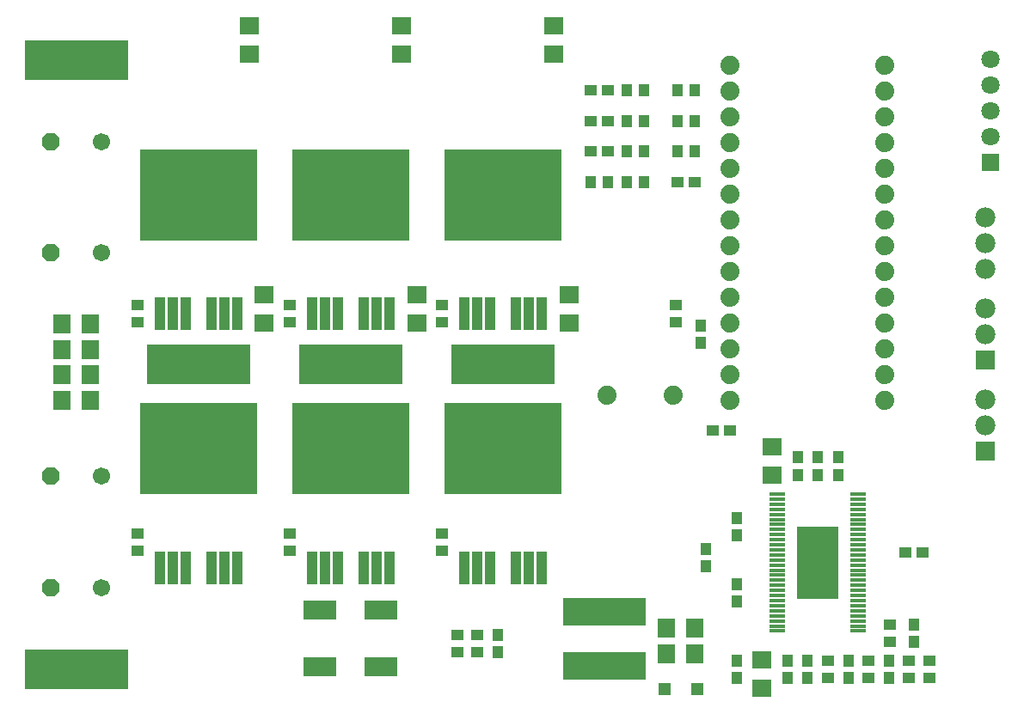
<source format=gts>
G75*
%MOIN*%
%OFA0B0*%
%FSLAX25Y25*%
%IPPOS*%
%LPD*%
%AMOC8*
5,1,8,0,0,1.08239X$1,22.5*
%
%ADD10R,0.40400X0.15400*%
%ADD11R,0.04337X0.04731*%
%ADD12R,0.04731X0.04731*%
%ADD13R,0.31896X0.11030*%
%ADD14R,0.04731X0.04337*%
%ADD15R,0.12998X0.07487*%
%ADD16R,0.06699X0.07487*%
%ADD17R,0.07487X0.06699*%
%ADD18OC8,0.06700*%
%ADD19C,0.06700*%
%ADD20R,0.03900X0.12900*%
%ADD21R,0.45400X0.35400*%
%ADD22R,0.06306X0.01227*%
%ADD23R,0.16148X0.27959*%
%ADD24C,0.07400*%
%ADD25R,0.07093X0.07093*%
%ADD26C,0.07093*%
%ADD27R,0.07800X0.07800*%
%ADD28C,0.07800*%
D10*
X0066461Y0068429D03*
X0113705Y0186539D03*
X0172760Y0186539D03*
X0231815Y0186539D03*
X0066461Y0304650D03*
D11*
X0265870Y0257406D03*
X0272563Y0257406D03*
X0279650Y0257406D03*
X0286343Y0257406D03*
X0286343Y0269217D03*
X0279650Y0269217D03*
X0279650Y0281028D03*
X0286343Y0281028D03*
X0299335Y0281028D03*
X0306028Y0281028D03*
X0306028Y0292839D03*
X0299335Y0292839D03*
X0286343Y0292839D03*
X0279650Y0292839D03*
X0299335Y0269217D03*
X0306028Y0269217D03*
X0308587Y0201697D03*
X0308587Y0195004D03*
X0345988Y0150516D03*
X0345988Y0143823D03*
X0353862Y0143823D03*
X0353862Y0150516D03*
X0361736Y0150516D03*
X0361736Y0143823D03*
X0322366Y0126894D03*
X0322366Y0120201D03*
X0310555Y0115083D03*
X0310555Y0108390D03*
X0322366Y0101303D03*
X0322366Y0094610D03*
X0322366Y0071776D03*
X0322366Y0065083D03*
X0342051Y0065083D03*
X0342051Y0071776D03*
X0349925Y0071776D03*
X0349925Y0065083D03*
X0365673Y0065083D03*
X0365673Y0071776D03*
X0381421Y0071776D03*
X0381421Y0065083D03*
X0391264Y0078862D03*
X0391264Y0085555D03*
X0229846Y0081618D03*
X0229846Y0074925D03*
D12*
X0294413Y0060555D03*
X0307012Y0060555D03*
D13*
X0271185Y0069807D03*
X0271185Y0090673D03*
D14*
X0221972Y0081618D03*
X0214098Y0081618D03*
X0214098Y0074925D03*
X0221972Y0074925D03*
X0208193Y0114295D03*
X0208193Y0120988D03*
X0149138Y0120988D03*
X0149138Y0114295D03*
X0090083Y0114295D03*
X0090083Y0120988D03*
X0090083Y0202878D03*
X0090083Y0209571D03*
X0149138Y0209571D03*
X0149138Y0202878D03*
X0208193Y0202878D03*
X0208193Y0209571D03*
X0265870Y0269217D03*
X0272563Y0269217D03*
X0272563Y0281028D03*
X0265870Y0281028D03*
X0265870Y0292839D03*
X0272563Y0292839D03*
X0299335Y0257406D03*
X0306028Y0257406D03*
X0298744Y0209571D03*
X0298744Y0202878D03*
X0313114Y0160949D03*
X0319807Y0160949D03*
X0387917Y0113705D03*
X0394610Y0113705D03*
X0381815Y0085555D03*
X0381815Y0078862D03*
X0389295Y0071776D03*
X0389295Y0065083D03*
X0397169Y0065083D03*
X0397169Y0071776D03*
X0373547Y0071776D03*
X0373547Y0065083D03*
X0357799Y0065083D03*
X0357799Y0071776D03*
D15*
X0184571Y0069217D03*
X0160949Y0069217D03*
X0160949Y0091264D03*
X0184571Y0091264D03*
D16*
X0071972Y0172760D03*
X0071972Y0182602D03*
X0071972Y0192445D03*
X0071972Y0202287D03*
X0060949Y0202287D03*
X0060949Y0192445D03*
X0060949Y0182602D03*
X0060949Y0172760D03*
X0295201Y0084177D03*
X0306224Y0084177D03*
X0306224Y0074335D03*
X0295201Y0074335D03*
D17*
X0332209Y0071972D03*
X0332209Y0060949D03*
X0336146Y0143626D03*
X0336146Y0154650D03*
X0257406Y0202681D03*
X0257406Y0213705D03*
X0198350Y0213705D03*
X0198350Y0202681D03*
X0139295Y0202681D03*
X0139295Y0213705D03*
X0133390Y0307012D03*
X0133390Y0318035D03*
X0192445Y0318035D03*
X0192445Y0307012D03*
X0251500Y0307012D03*
X0251500Y0318035D03*
D18*
X0056618Y0273154D03*
X0056618Y0229846D03*
X0056618Y0143232D03*
X0056618Y0099925D03*
D19*
X0076303Y0099925D03*
X0076303Y0143232D03*
X0076303Y0229846D03*
X0076303Y0273154D03*
D20*
X0098705Y0206224D03*
X0103705Y0206224D03*
X0108705Y0206224D03*
X0118705Y0206224D03*
X0123705Y0206224D03*
X0128705Y0206224D03*
X0157760Y0206224D03*
X0162760Y0206224D03*
X0167760Y0206224D03*
X0177760Y0206224D03*
X0182760Y0206224D03*
X0187760Y0206224D03*
X0216815Y0206224D03*
X0221815Y0206224D03*
X0226815Y0206224D03*
X0236815Y0206224D03*
X0241815Y0206224D03*
X0246815Y0206224D03*
X0246815Y0107799D03*
X0241815Y0107799D03*
X0236815Y0107799D03*
X0226815Y0107799D03*
X0221815Y0107799D03*
X0216815Y0107799D03*
X0187760Y0107799D03*
X0182760Y0107799D03*
X0177760Y0107799D03*
X0167760Y0107799D03*
X0162760Y0107799D03*
X0157760Y0107799D03*
X0128705Y0107799D03*
X0123705Y0107799D03*
X0118705Y0107799D03*
X0108705Y0107799D03*
X0103705Y0107799D03*
X0098705Y0107799D03*
D21*
X0113705Y0154049D03*
X0172760Y0154049D03*
X0231815Y0154049D03*
X0231815Y0252474D03*
X0172760Y0252474D03*
X0113705Y0252474D03*
D22*
X0338114Y0136343D03*
X0338114Y0134374D03*
X0338114Y0132406D03*
X0338114Y0130437D03*
X0338114Y0128469D03*
X0338114Y0126500D03*
X0338114Y0124531D03*
X0338114Y0122563D03*
X0338114Y0120594D03*
X0338114Y0118626D03*
X0338114Y0116657D03*
X0338114Y0114689D03*
X0338114Y0112720D03*
X0338114Y0110752D03*
X0338114Y0108783D03*
X0338114Y0106815D03*
X0338114Y0104846D03*
X0338114Y0102878D03*
X0338114Y0100909D03*
X0338114Y0098941D03*
X0338114Y0096972D03*
X0338114Y0095004D03*
X0338114Y0093035D03*
X0338114Y0091067D03*
X0338114Y0089098D03*
X0338114Y0087130D03*
X0338114Y0085161D03*
X0338114Y0083193D03*
X0369610Y0083193D03*
X0369610Y0085161D03*
X0369610Y0087130D03*
X0369610Y0089098D03*
X0369610Y0091067D03*
X0369610Y0093035D03*
X0369610Y0095004D03*
X0369610Y0096972D03*
X0369610Y0098941D03*
X0369610Y0100909D03*
X0369610Y0102878D03*
X0369610Y0104846D03*
X0369610Y0106815D03*
X0369610Y0108783D03*
X0369610Y0110752D03*
X0369610Y0112720D03*
X0369610Y0114689D03*
X0369610Y0116657D03*
X0369610Y0118626D03*
X0369610Y0120594D03*
X0369610Y0122563D03*
X0369610Y0124531D03*
X0369610Y0126500D03*
X0369610Y0128469D03*
X0369610Y0130437D03*
X0369610Y0132406D03*
X0369610Y0134374D03*
X0369610Y0136343D03*
D23*
X0353862Y0109768D03*
D24*
X0379925Y0172799D03*
X0379925Y0182799D03*
X0379925Y0192799D03*
X0379925Y0202799D03*
X0379925Y0212799D03*
X0379925Y0222799D03*
X0379925Y0232799D03*
X0379925Y0242799D03*
X0379925Y0252799D03*
X0379925Y0262799D03*
X0379925Y0272799D03*
X0379925Y0282799D03*
X0379925Y0292799D03*
X0379925Y0302799D03*
X0319925Y0302799D03*
X0319925Y0292799D03*
X0319925Y0282799D03*
X0319925Y0272799D03*
X0319925Y0262799D03*
X0319925Y0252799D03*
X0319925Y0242799D03*
X0319925Y0232799D03*
X0319925Y0222799D03*
X0319925Y0212799D03*
X0319925Y0202799D03*
X0319925Y0192799D03*
X0319925Y0182799D03*
X0319925Y0172799D03*
X0297760Y0174728D03*
X0272169Y0174728D03*
D25*
X0420791Y0264965D03*
D26*
X0420791Y0274965D03*
X0420791Y0284965D03*
X0420791Y0294965D03*
X0420791Y0304965D03*
D27*
X0418823Y0188350D03*
X0418823Y0152917D03*
D28*
X0418823Y0162917D03*
X0418823Y0172917D03*
X0418823Y0198350D03*
X0418823Y0208350D03*
X0418823Y0223783D03*
X0418823Y0233783D03*
X0418823Y0243783D03*
M02*

</source>
